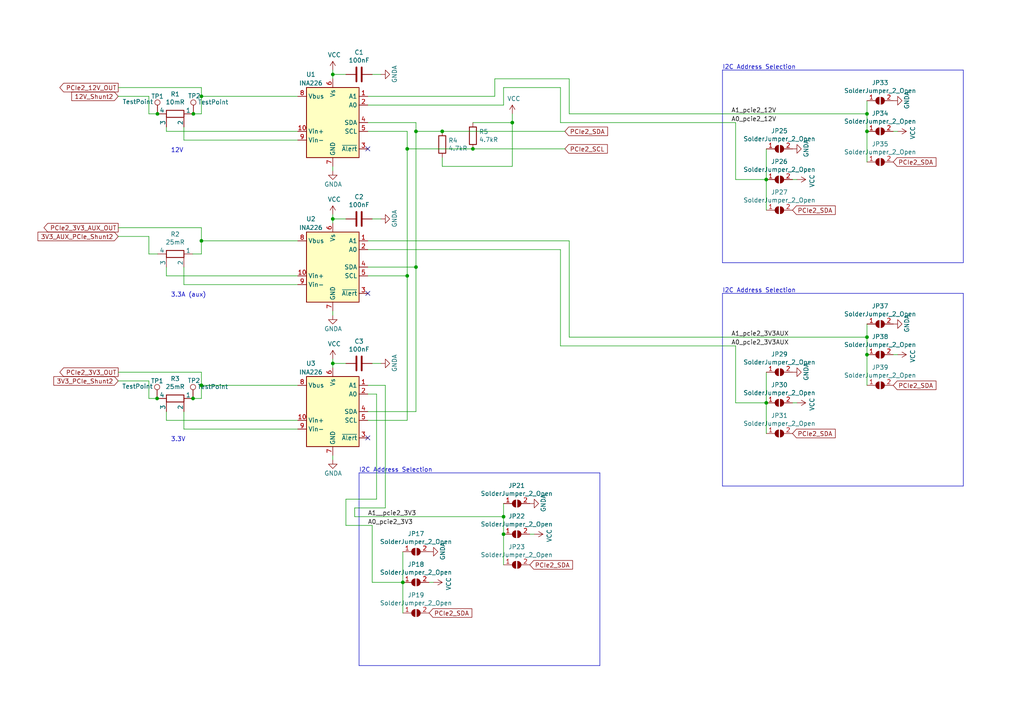
<source format=kicad_sch>
(kicad_sch (version 20230121) (generator eeschema)
  (paper "A4")
  (title_block (title "Measure Circuit PCIe2"))
  (lib_symbols
    (symbol "Connector:TestPoint" (pin_numbers hide) (pin_names (offset 0.762) hide)
      (property "Reference" "TP" (at 0 6.858 0))
      (property "Value" "TestPoint" (at 0 5.08 0))
      (symbol "TestPoint_0_1"
        (circle (center 0 3.302) (radius 0.762))
      )
      (symbol "TestPoint_1_1"
        (pin passive line (at 0 0 90) (length 2.54) (name "1") (number "1"))
      )
    )
    (symbol "Device:C" (pin_numbers hide) (pin_names (offset 0.254))
      (property "Reference" "C" (at 0.635 2.54 0))
      (property "Value" "C" (at 0.635 -2.54 0))
      (symbol "C_0_1"
        (polyline (pts (xy -2.032 -0.762) (xy 2.032 -0.762)) (stroke (width 0.508)))
        (polyline (pts (xy -2.032 0.762) (xy 2.032 0.762)) (stroke (width 0.508)))
      )
      (symbol "C_1_1"
        (pin passive line (at 0 3.81 270) (length 2.794) (name "~") (number "1"))
        (pin passive line (at 0 -3.81 90) (length 2.794) (name "~") (number "2"))
      )
    )
    (symbol "Device:R" (pin_numbers hide) (pin_names (offset 0))
      (property "Reference" "R" (at 2.032 0 90))
      (property "Value" "R" (at 0 0 90))
      (symbol "R_0_1"
        (rectangle (start -1.016 -2.54) (end 1.016 2.54) (stroke (width 0.254)))
      )
      (symbol "R_1_1"
        (pin passive line (at 0 3.81 270) (length 1.27) (name "~") (number "1"))
        (pin passive line (at 0 -3.81 90) (length 1.27) (name "~") (number "2"))
      )
    )
    (symbol "Device:R_Shunt" (pin_numbers hide) (pin_names (offset 0))
      (property "Reference" "R" (at -4.445 0 90))
      (property "Value" "R_Shunt" (at -2.54 0 90))
      (symbol "R_Shunt_0_1"
        (rectangle (start -1.016 -2.54) (end 1.016 2.54) (stroke (width 0.254)))
        (polyline (pts (xy 0 -2.54) (xy 1.27 -2.54)))
        (polyline (pts (xy 1.27 2.54) (xy 0 2.54)))
      )
      (symbol "R_Shunt_1_1"
        (pin passive line (at 0 5.08 270) (length 2.54) (name "1") (number "1"))
        (pin passive line (at 3.81 2.54 180) (length 2.54) (name "2") (number "2"))
        (pin passive line (at 3.81 -2.54 180) (length 2.54) (name "3") (number "3"))
        (pin passive line (at 0 -5.08 90) (length 2.54) (name "4") (number "4"))
      )
    )
    (symbol "Jumper:SolderJumper_2_Open" (pin_names (offset 0) hide)
      (property "Reference" "JP" (at 0 2.032 0))
      (property "Value" "SolderJumper_2_Open" (at 0 -2.54 0))
      (symbol "SolderJumper_2_Open_0_1"
        (arc (start -0.254 1.016) (mid -1.2656 0) (end -0.254 -1.016))
        (arc (start -0.254 1.016) (mid -1.2656 0) (end -0.254 -1.016) (fill (type outline)))
        (polyline (pts (xy -0.254 1.016) (xy -0.254 -1.016)))
        (polyline (pts (xy 0.254 1.016) (xy 0.254 -1.016)))
        (arc (start 0.254 -1.016) (mid 1.2656 0) (end 0.254 1.016))
        (arc (start 0.254 -1.016) (mid 1.2656 0) (end 0.254 1.016) (fill (type outline)))
      )
      (symbol "SolderJumper_2_Open_1_1"
        (pin passive line (at -3.81 0 0) (length 2.54) (name "A") (number "1"))
        (pin passive line (at 3.81 0 180) (length 2.54) (name "B") (number "2"))
      )
    )
    (symbol "m_pex_sensor-rescue:INA226-Analog_ADC"
      (property "Reference" "U" (at 3.81 11.43 0))
      (property "Value" "m_pex_sensor-rescue_INA226-Analog_ADC" (at 5.08 -11.43 0))
      (symbol "INA226-Analog_ADC_0_1"
        (rectangle (start 7.62 10.16) (end -7.62 -10.16) (stroke (width 0.254)) (fill (type background)))
      )
      (symbol "INA226-Analog_ADC_1_1"
        (pin passive line (at 10.16 7.62 180) (length 2.54) (name "A1") (number "1"))
        (pin input line (at -10.16 -2.54 0) (length 2.54) (name "Vin+") (number "10"))
        (pin passive line (at 10.16 5.08 180) (length 2.54) (name "A0") (number "2"))
        (pin open_collector line (at 10.16 -7.62 180) (length 2.54) (name "~{Alert}") (number "3"))
        (pin bidirectional line (at 10.16 0 180) (length 2.54) (name "SDA") (number "4"))
        (pin input line (at 10.16 -2.54 180) (length 2.54) (name "SCL") (number "5"))
        (pin power_in line (at 0 12.7 270) (length 2.54) (name "Vs") (number "6"))
        (pin power_in line (at 0 -12.7 90) (length 2.54) (name "GND") (number "7"))
        (pin input line (at -10.16 7.62 0) (length 2.54) (name "Vbus") (number "8"))
        (pin input line (at -10.16 -5.08 0) (length 2.54) (name "Vin-") (number "9"))
      )
    )
    (symbol "power:GNDA" (power) (pin_names (offset 0))
      (property "Value" "GNDA" (at 0 -3.81 0))
      (symbol "GNDA_0_1"
        (polyline (pts (xy 0 0) (xy 0 -1.27) (xy 1.27 -1.27) (xy 0 -2.54) (xy -1.27 -1.27) (xy 0 -1.27)))
      )
      (symbol "GNDA_1_1"
        (pin power_in line (at 0 0 270) (length 0) hide (name "GNDA") (number "1"))
      )
    )
    (symbol "power:VCC" (power) (pin_names (offset 0))
      (property "Value" "VCC" (at 0 3.81 0))
      (symbol "VCC_0_1"
        (polyline (pts (xy -0.762 1.27) (xy 0 2.54)))
        (polyline (pts (xy 0 0) (xy 0 2.54)))
        (polyline (pts (xy 0 2.54) (xy 0.762 1.27)))
      )
      (symbol "VCC_1_1"
        (pin power_in line (at 0 0 90) (length 0) hide (name "VCC") (number "1"))
      )
    )
  )
  (junction (at 120.65 38.1))
  (junction (at 137.16 43.18))
  (junction (at 146.05 149.86))
  (junction (at 118.11 43.18))
  (junction (at 56.0832 33.02))
  (junction (at 222.25 52.07))
  (junction (at 146.05 154.94))
  (junction (at 96.52 105.41))
  (junction (at 58.42 69.85))
  (junction (at 96.52 21.59))
  (junction (at 58.42 111.76))
  (junction (at 251.46 97.79))
  (junction (at 118.11 80.01))
  (junction (at 55.9816 115.57))
  (junction (at 120.65 77.47))
  (junction (at 148.59 35.56))
  (junction (at 222.25 116.84))
  (junction (at 251.46 33.02))
  (junction (at 116.84 168.91))
  (junction (at 58.42 27.94))
  (junction (at 251.46 38.1))
  (junction (at 45.6692 33.02))
  (junction (at 96.52 63.5))
  (junction (at 251.46 102.87))
  (junction (at 128.27 38.1))
  (junction (at 45.5676 115.57))
  (no_connect (at 106.68 85.09))
  (no_connect (at 106.68 127))
  (no_connect (at 106.68 43.18))
  (polyline (pts (xy 209.55 85.09) (xy 279.4 85.09)))
  (polyline (pts (xy 104.14 137.16) (xy 173.99 137.16)))
  (wire (pts (xy 118.11 43.18) (xy 118.11 80.01)))
  (wire (pts (xy 120.65 119.38) (xy 106.68 119.38)))
  (wire (pts (xy 162.56 72.39) (xy 162.56 100.33)))
  (wire (pts (xy 100.33 21.59) (xy 96.52 21.59)))
  (wire (pts (xy 146.05 146.05) (xy 146.05 149.86)))
  (wire (pts (xy 43.18 115.57) (xy 43.18 110.49)))
  (wire (pts (xy 107.95 168.91) (xy 116.84 168.91)))
  (wire (pts (xy 53.34 119.38) (xy 53.34 124.46)))
  (wire (pts (xy 53.34 40.64) (xy 86.36 40.64)))
  (wire (pts (xy 43.18 73.66) (xy 43.18 68.58)))
  (wire (pts (xy 128.27 48.26) (xy 148.59 48.26)))
  (wire (pts (xy 53.34 124.46) (xy 86.36 124.46)))
  (wire (pts (xy 146.05 154.94) (xy 146.05 163.83)))
  (polyline (pts (xy 279.4 85.09) (xy 279.4 140.97)))
  (wire (pts (xy 106.68 80.01) (xy 118.11 80.01)))
  (wire (pts (xy 96.52 20.32) (xy 96.52 21.59)))
  (wire (pts (xy 154.94 154.94) (xy 153.67 154.94)))
  (wire (pts (xy 231.14 116.84) (xy 229.87 116.84)))
  (wire (pts (xy 128.27 48.26) (xy 128.27 45.72)))
  (wire (pts (xy 213.36 35.56) (xy 213.36 52.07)))
  (wire (pts (xy 125.73 168.91) (xy 124.46 168.91)))
  (wire (pts (xy 251.46 97.79) (xy 251.46 102.87)))
  (wire (pts (xy 100.33 152.4) (xy 107.95 152.4)))
  (wire (pts (xy 48.26 80.01) (xy 86.36 80.01)))
  (wire (pts (xy 58.42 107.95) (xy 34.29 107.95)))
  (wire (pts (xy 110.49 21.59) (xy 107.95 21.59)))
  (wire (pts (xy 96.52 63.5) (xy 96.52 64.77)))
  (wire (pts (xy 137.16 35.56) (xy 148.59 35.56)))
  (wire (pts (xy 120.65 38.1) (xy 120.65 77.47)))
  (wire (pts (xy 107.95 152.4) (xy 107.95 168.91)))
  (wire (pts (xy 111.76 147.32) (xy 102.87 147.32)))
  (wire (pts (xy 58.42 69.85) (xy 58.42 66.04)))
  (wire (pts (xy 120.65 38.1) (xy 128.27 38.1)))
  (wire (pts (xy 58.42 73.66) (xy 58.42 69.85)))
  (wire (pts (xy 165.1 22.86) (xy 165.1 33.02)))
  (wire (pts (xy 58.42 27.94) (xy 86.36 27.94)))
  (wire (pts (xy 55.88 33.02) (xy 56.0832 33.02)))
  (wire (pts (xy 251.46 29.21) (xy 251.46 33.02)))
  (wire (pts (xy 106.68 30.48) (xy 146.05 30.48)))
  (wire (pts (xy 148.59 35.56) (xy 148.59 33.02)))
  (polyline (pts (xy 209.55 20.32) (xy 279.4 20.32)))
  (wire (pts (xy 118.11 80.01) (xy 118.11 121.92)))
  (wire (pts (xy 165.1 69.85) (xy 165.1 97.79)))
  (polyline (pts (xy 209.55 140.97) (xy 209.55 85.09)))
  (wire (pts (xy 53.34 82.55) (xy 86.36 82.55)))
  (wire (pts (xy 165.1 33.02) (xy 251.46 33.02)))
  (wire (pts (xy 162.56 35.56) (xy 213.36 35.56)))
  (wire (pts (xy 45.72 115.57) (xy 45.5676 115.57)))
  (wire (pts (xy 251.46 102.87) (xy 251.46 111.76)))
  (wire (pts (xy 146.05 30.48) (xy 146.05 25.4)))
  (wire (pts (xy 260.35 102.87) (xy 259.08 102.87)))
  (wire (pts (xy 120.65 35.56) (xy 120.65 38.1)))
  (polyline (pts (xy 104.14 193.04) (xy 104.14 137.16)))
  (wire (pts (xy 48.26 121.92) (xy 86.36 121.92)))
  (wire (pts (xy 100.33 63.5) (xy 96.52 63.5)))
  (polyline (pts (xy 173.99 193.04) (xy 104.14 193.04)))
  (polyline (pts (xy 279.4 20.32) (xy 279.4 76.2)))
  (wire (pts (xy 56.0832 33.02) (xy 58.42 33.02)))
  (wire (pts (xy 55.88 115.57) (xy 55.9816 115.57)))
  (wire (pts (xy 148.59 48.26) (xy 148.59 35.56)))
  (wire (pts (xy 120.65 35.56) (xy 106.68 35.56)))
  (wire (pts (xy 137.16 43.18) (xy 118.11 43.18)))
  (wire (pts (xy 102.87 147.32) (xy 102.87 149.86)))
  (wire (pts (xy 251.46 38.1) (xy 251.46 46.99)))
  (wire (pts (xy 109.22 114.3) (xy 109.22 144.78)))
  (wire (pts (xy 48.26 119.38) (xy 48.26 121.92)))
  (polyline (pts (xy 279.4 140.97) (xy 209.55 140.97)))
  (wire (pts (xy 260.35 38.1) (xy 259.08 38.1)))
  (wire (pts (xy 107.95 105.41) (xy 110.49 105.41)))
  (wire (pts (xy 213.36 100.33) (xy 213.36 116.84)))
  (wire (pts (xy 162.56 25.4) (xy 162.56 35.56)))
  (wire (pts (xy 222.25 107.95) (xy 222.25 116.84)))
  (wire (pts (xy 96.52 48.26) (xy 96.52 49.53)))
  (wire (pts (xy 231.14 52.07) (xy 229.87 52.07)))
  (wire (pts (xy 109.22 144.78) (xy 100.33 144.78)))
  (wire (pts (xy 106.68 72.39) (xy 162.56 72.39)))
  (wire (pts (xy 165.1 97.79) (xy 251.46 97.79)))
  (wire (pts (xy 116.84 168.91) (xy 116.84 177.8)))
  (polyline (pts (xy 209.55 76.2) (xy 209.55 20.32)))
  (wire (pts (xy 96.52 62.23) (xy 96.52 63.5)))
  (wire (pts (xy 43.18 73.66) (xy 45.72 73.66)))
  (wire (pts (xy 53.34 77.47) (xy 53.34 82.55)))
  (wire (pts (xy 162.56 100.33) (xy 213.36 100.33)))
  (wire (pts (xy 58.42 33.02) (xy 58.42 27.94)))
  (polyline (pts (xy 173.99 137.16) (xy 173.99 193.04)))
  (wire (pts (xy 43.18 33.02) (xy 43.18 27.94)))
  (wire (pts (xy 251.46 93.98) (xy 251.46 97.79)))
  (wire (pts (xy 106.68 114.3) (xy 109.22 114.3)))
  (wire (pts (xy 53.34 36.83) (xy 53.34 40.64)))
  (wire (pts (xy 137.16 43.18) (xy 163.83 43.18)))
  (wire (pts (xy 143.51 22.86) (xy 165.1 22.86)))
  (wire (pts (xy 100.33 105.41) (xy 96.52 105.41)))
  (wire (pts (xy 106.68 38.1) (xy 118.11 38.1)))
  (wire (pts (xy 111.76 111.76) (xy 111.76 147.32)))
  (wire (pts (xy 100.33 144.78) (xy 100.33 152.4)))
  (wire (pts (xy 222.25 52.07) (xy 222.25 60.96)))
  (wire (pts (xy 143.51 27.94) (xy 143.51 22.86)))
  (wire (pts (xy 118.11 38.1) (xy 118.11 43.18)))
  (wire (pts (xy 45.6692 33.02) (xy 43.18 33.02)))
  (wire (pts (xy 106.68 111.76) (xy 111.76 111.76)))
  (wire (pts (xy 45.72 33.02) (xy 45.6692 33.02)))
  (wire (pts (xy 55.9816 115.57) (xy 58.42 115.57)))
  (wire (pts (xy 106.68 69.85) (xy 165.1 69.85)))
  (wire (pts (xy 120.65 77.47) (xy 120.65 119.38)))
  (wire (pts (xy 58.42 27.94) (xy 58.42 25.4)))
  (wire (pts (xy 146.05 25.4) (xy 162.56 25.4)))
  (wire (pts (xy 251.46 33.02) (xy 251.46 38.1)))
  (wire (pts (xy 58.42 25.4) (xy 34.29 25.4)))
  (wire (pts (xy 107.95 63.5) (xy 110.49 63.5)))
  (wire (pts (xy 222.25 43.18) (xy 222.25 52.07)))
  (wire (pts (xy 45.5676 115.57) (xy 43.18 115.57)))
  (wire (pts (xy 116.84 160.02) (xy 116.84 168.91)))
  (wire (pts (xy 58.42 66.04) (xy 34.29 66.04)))
  (wire (pts (xy 128.27 38.1) (xy 163.83 38.1)))
  (wire (pts (xy 213.36 52.07) (xy 222.25 52.07)))
  (wire (pts (xy 55.88 73.66) (xy 58.42 73.66)))
  (wire (pts (xy 48.26 38.1) (xy 48.26 36.83)))
  (wire (pts (xy 96.52 104.14) (xy 96.52 105.41)))
  (wire (pts (xy 96.52 21.59) (xy 96.52 22.86)))
  (wire (pts (xy 102.87 149.86) (xy 146.05 149.86)))
  (wire (pts (xy 96.52 105.41) (xy 96.52 106.68)))
  (wire (pts (xy 43.18 110.49) (xy 34.29 110.49)))
  (wire (pts (xy 96.52 132.08) (xy 96.52 133.35)))
  (polyline (pts (xy 279.4 76.2) (xy 209.55 76.2)))
  (wire (pts (xy 43.18 68.58) (xy 34.29 68.58)))
  (wire (pts (xy 43.18 27.94) (xy 34.29 27.94)))
  (wire (pts (xy 106.68 77.47) (xy 120.65 77.47)))
  (wire (pts (xy 213.36 116.84) (xy 222.25 116.84)))
  (wire (pts (xy 58.42 111.76) (xy 86.36 111.76)))
  (wire (pts (xy 58.42 115.57) (xy 58.42 111.76)))
  (wire (pts (xy 118.11 121.92) (xy 106.68 121.92)))
  (wire (pts (xy 222.25 116.84) (xy 222.25 125.73)))
  (wire (pts (xy 58.42 69.85) (xy 86.36 69.85)))
  (wire (pts (xy 58.42 111.76) (xy 58.42 107.95)))
  (wire (pts (xy 48.26 38.1) (xy 86.36 38.1)))
  (wire (pts (xy 106.68 27.94) (xy 143.51 27.94)))
  (wire (pts (xy 96.52 90.17) (xy 96.52 91.44)))
  (wire (pts (xy 48.26 80.01) (xy 48.26 77.47)))
  (wire (pts (xy 146.05 149.86) (xy 146.05 154.94)))
  (text "12V" (at 49.53 44.45 0) (effects (font (size 1.27 1.27)) (justify left bottom)))
  (text "I2C Address Selection\n" (at 209.55 20.32 0) (effects (font (size 1.27 1.27)) (justify left bottom)))
  (text "I2C Address Selection\n" (at 104.14 137.16 0) (effects (font (size 1.27 1.27)) (justify left bottom)))
  (text "3.3V" (at 49.53 128.27 0) (effects (font (size 1.27 1.27)) (justify left bottom)))
  (text "I2C Address Selection\n" (at 209.55 85.09 0) (effects (font (size 1.27 1.27)) (justify left bottom)))
  (text "3.3A (aux)" (at 49.53 86.36 0) (effects (font (size 1.27 1.27)) (justify left bottom)))
  (label "A1_pcie2_3V3AUX" (at 212.09 97.79 0))
  (label "A0_pcie2_12V" (at 212.09 35.56 0))
  (label "A1__pcie2_3V3" (at 106.68 149.86 0))
  (label "A0_pcie2_3V3" (at 106.68 152.4 0))
  (label "A0_pcie2_3V3AUX" (at 212.09 100.33 0))
  (label "A1_pcie2_12V" (at 212.09 33.02 0))
  (global_label "PCIe2_3V3_AUX_OUT" (shape output) (at 34.29 66.04 180) (property "Intersheetrefs" "${INTERSHEET_REFS}" (effects hide)))
  (global_label "PCIe2_SDA" (shape input) (at 259.08 111.76 0) (property "Intersheetrefs" "${INTERSHEET_REFS}" (effects hide)))
  (global_label "3V3_PCIe_Shunt2" (shape input) (at 34.29 110.49 180) (property "Intersheetrefs" "${INTERSHEET_REFS}" (effects hide)))
  (global_label "PCIe2_SDA" (shape input) (at 229.87 60.96 0) (property "Intersheetrefs" "${INTERSHEET_REFS}" (effects hide)))
  (global_label "PCIe2_SDA" (shape input) (at 163.83 38.1 0) (property "Intersheetrefs" "${INTERSHEET_REFS}" (effects hide)))
  (global_label "3V3_AUX_PCIe_Shunt2" (shape input) (at 34.29 68.58 180) (property "Intersheetrefs" "${INTERSHEET_REFS}" (effects hide)))
  (global_label "PCIe2_SDA" (shape input) (at 153.67 163.83 0) (property "Intersheetrefs" "${INTERSHEET_REFS}" (effects hide)))
  (global_label "PCIe2_SDA" (shape input) (at 259.08 46.99 0) (property "Intersheetrefs" "${INTERSHEET_REFS}" (effects hide)))
  (global_label "PCIe2_SDA" (shape input) (at 124.46 177.8 0) (property "Intersheetrefs" "${INTERSHEET_REFS}" (effects hide)))
  (global_label "12V_Shunt2" (shape input) (at 34.29 27.94 180) (property "Intersheetrefs" "${INTERSHEET_REFS}" (effects hide)))
  (global_label "PCIe2_SDA" (shape input) (at 229.87 125.73 0) (property "Intersheetrefs" "${INTERSHEET_REFS}" (effects hide)))
  (global_label "PCIe2_SCL" (shape input) (at 163.83 43.18 0) (property "Intersheetrefs" "${INTERSHEET_REFS}" (effects hide)))
  (global_label "PCIe2_12V_OUT" (shape output) (at 34.29 25.4 180) (property "Intersheetrefs" "${INTERSHEET_REFS}" (effects hide)))
  (global_label "PCIe2_3V3_OUT" (shape output) (at 34.29 107.95 180) (property "Intersheetrefs" "${INTERSHEET_REFS}" (effects hide)))
  (symbol (lib_id "Device:R_Shunt") (at 50.8 33.02 270) (unit 1)
    (property "Reference" "R1" (at 50.8 27.305 90))
    (property "Value" "10mR" (at 50.8 29.6164 90))
    (property "Footprint" "Resistor_SMD:R_Shunt_Vishay_WSK2512_6332Metric_T2.66mm" (effects hide))
  )
  (symbol (lib_id "Device:R_Shunt") (at 50.8 73.66 270) (unit 1)
    (property "Reference" "R2" (at 50.8 67.945 90))
    (property "Value" "25mR" (at 50.8 70.2564 90))
    (property "Footprint" "Resistor_SMD:R_Shunt_Vishay_WSK2512_6332Metric_T2.66mm" (effects hide))
  )
  (symbol (lib_id "Device:R_Shunt") (at 50.8 115.57 270) (unit 1)
    (property "Reference" "R3" (at 50.8 109.855 90))
    (property "Value" "25mR" (at 50.8 112.1664 90))
    (property "Footprint" "Resistor_SMD:R_Shunt_Vishay_WSK2512_6332Metric_T2.66mm" (effects hide))
  )
  (symbol (lib_id "m_pex_sensor-rescue:INA226-Analog_ADC") (at 96.52 35.56 0) (unit 1)
    (property "Reference" "U1" (at 90.17 21.59 0))
    (property "Value" "INA226" (at 90.17 24.13 0))
    (property "Footprint" "Package_SO:MSOP-10_3x3mm_P0.5mm" (effects hide))
    (property "Datasheet" "http://www.ti.com/lit/ds/symlink/ina226.pdf" (effects hide))
  )
  (symbol (lib_id "m_pex_sensor-rescue:INA226-Analog_ADC") (at 96.52 77.47 0) (unit 1)
    (property "Reference" "U2" (at 90.17 63.5 0))
    (property "Value" "INA226" (at 90.17 66.04 0))
    (property "Footprint" "Package_SO:MSOP-10_3x3mm_P0.5mm" (effects hide))
    (property "Datasheet" "http://www.ti.com/lit/ds/symlink/ina226.pdf" (effects hide))
  )
  (symbol (lib_id "m_pex_sensor-rescue:INA226-Analog_ADC") (at 96.52 119.38 0) (unit 1)
    (property "Reference" "U3" (at 90.17 105.41 0))
    (property "Value" "INA226" (at 90.17 107.95 0))
    (property "Footprint" "Package_SO:MSOP-10_3x3mm_P0.5mm" (effects hide))
    (property "Datasheet" "http://www.ti.com/lit/ds/symlink/ina226.pdf" (effects hide))
  )
  (symbol (lib_id "power:VCC") (at 96.52 20.32 0) (unit 1)
    (property "Reference" "#PWR0102" (effects hide))
    (property "Value" "VCC" (at 96.9518 15.9258 0))
  )
  (symbol (lib_id "Device:C") (at 104.14 21.59 270) (unit 1)
    (property "Reference" "C1" (at 104.14 15.1892 90))
    (property "Value" "100nF" (at 104.14 17.5006 90))
    (property "Footprint" "Resistor_SMD:R_0402_1005Metric" (effects hide))
  )
  (symbol (lib_id "Device:C") (at 104.14 63.5 270) (unit 1)
    (property "Reference" "C2" (at 104.14 57.0992 90))
    (property "Value" "100nF" (at 104.14 59.4106 90))
    (property "Footprint" "Resistor_SMD:R_0402_1005Metric" (effects hide))
  )
  (symbol (lib_id "Device:C") (at 104.14 105.41 270) (unit 1)
    (property "Reference" "C3" (at 104.14 99.0092 90))
    (property "Value" "100nF" (at 104.14 101.3206 90))
    (property "Footprint" "Resistor_SMD:R_0402_1005Metric" (effects hide))
  )
  (symbol (lib_id "power:VCC") (at 148.59 33.02 0) (unit 1)
    (property "Reference" "#PWR0103" (effects hide))
    (property "Value" "VCC" (at 149.0218 28.6258 0))
  )
  (symbol (lib_id "power:GNDA") (at 96.52 49.53 0) (unit 1)
    (property "Reference" "#PWR0104" (effects hide))
    (property "Value" "GNDA" (at 96.6216 53.467 0))
  )
  (symbol (lib_id "power:GNDA") (at 96.52 91.44 0) (unit 1)
    (property "Reference" "#PWR0105" (effects hide))
    (property "Value" "GNDA" (at 96.6216 95.377 0))
  )
  (symbol (lib_id "power:VCC") (at 96.52 62.23 0) (unit 1)
    (property "Reference" "#PWR0107" (effects hide))
    (property "Value" "VCC" (at 96.9518 57.8358 0))
  )
  (symbol (lib_id "power:GNDA") (at 110.49 63.5 90) (unit 1)
    (property "Reference" "#PWR0108" (effects hide))
    (property "Value" "GNDA" (at 114.427 63.3984 0))
  )
  (symbol (lib_id "power:VCC") (at 96.52 104.14 0) (unit 1)
    (property "Reference" "#PWR0109" (effects hide))
    (property "Value" "VCC" (at 96.9518 99.7458 0))
  )
  (symbol (lib_id "power:GNDA") (at 110.49 105.41 90) (unit 1)
    (property "Reference" "#PWR0110" (effects hide))
    (property "Value" "GNDA" (at 114.427 105.3084 0))
  )
  (symbol (lib_id "power:GNDA") (at 96.52 133.35 0) (unit 1)
    (property "Reference" "#PWR0111" (effects hide))
    (property "Value" "GNDA" (at 96.6216 137.287 0))
  )
  (symbol (lib_id "Device:R") (at 128.27 41.91 0) (unit 1)
    (property "Reference" "R4" (at 130.048 40.7416 0) (effects (justify left)))
    (property "Value" "4.7kR" (at 130.048 43.053 0) (effects (justify left)))
    (property "Footprint" "Resistor_SMD:R_0402_1005Metric" (effects hide))
  )
  (symbol (lib_id "Device:R") (at 137.16 39.37 0) (unit 1)
    (property "Reference" "R5" (at 138.938 38.2016 0) (effects (justify left)))
    (property "Value" "4.7kR" (at 138.938 40.513 0) (effects (justify left)))
    (property "Footprint" "Resistor_SMD:R_0402_1005Metric" (effects hide))
  )
  (symbol (lib_id "power:GNDA") (at 110.49 21.59 90) (unit 1)
    (property "Reference" "#PWR0141" (effects hide))
    (property "Value" "GNDA" (at 114.427 21.4884 0))
  )
  (symbol (lib_id "Jumper:SolderJumper_2_Open") (at 255.27 29.21 0) (unit 1)
    (property "Reference" "JP33" (at 255.27 24.003 0))
    (property "Value" "SolderJumper_2_Open" (at 255.27 26.3144 0))
    (property "Footprint" "Jumper:SolderJumper-2_P1.3mm_Open_RoundedPad1.0x1.5mm" (effects hide))
  )
  (symbol (lib_id "Jumper:SolderJumper_2_Open") (at 255.27 38.1 0) (unit 1)
    (property "Reference" "JP34" (at 255.27 32.893 0))
    (property "Value" "SolderJumper_2_Open" (at 255.27 35.2044 0))
    (property "Footprint" "Jumper:SolderJumper-2_P1.3mm_Open_RoundedPad1.0x1.5mm" (effects hide))
  )
  (symbol (lib_id "Jumper:SolderJumper_2_Open") (at 255.27 46.99 0) (unit 1)
    (property "Reference" "JP35" (at 255.27 41.783 0))
    (property "Value" "SolderJumper_2_Open" (at 255.27 44.0944 0))
    (property "Footprint" "Jumper:SolderJumper-2_P1.3mm_Open_RoundedPad1.0x1.5mm" (effects hide))
  )
  (symbol (lib_id "power:GNDA") (at 259.08 29.21 90) (unit 1)
    (property "Reference" "#PWR0113" (effects hide))
    (property "Value" "GNDA" (at 263.017 29.1084 0))
  )
  (symbol (lib_id "power:VCC") (at 260.35 38.1 270) (unit 1)
    (property "Reference" "#PWR0114" (effects hide))
    (property "Value" "VCC" (at 264.7442 38.5318 0))
  )
  (symbol (lib_id "Jumper:SolderJumper_2_Open") (at 226.06 43.18 0) (unit 1)
    (property "Reference" "JP25" (at 226.06 37.973 0))
    (property "Value" "SolderJumper_2_Open" (at 226.06 40.2844 0))
    (property "Footprint" "Jumper:SolderJumper-2_P1.3mm_Open_RoundedPad1.0x1.5mm" (effects hide))
  )
  (symbol (lib_id "Jumper:SolderJumper_2_Open") (at 226.06 52.07 0) (unit 1)
    (property "Reference" "JP26" (at 226.06 46.863 0))
    (property "Value" "SolderJumper_2_Open" (at 226.06 49.1744 0))
    (property "Footprint" "Jumper:SolderJumper-2_P1.3mm_Open_RoundedPad1.0x1.5mm" (effects hide))
  )
  (symbol (lib_id "Jumper:SolderJumper_2_Open") (at 226.06 60.96 0) (unit 1)
    (property "Reference" "JP27" (at 226.06 55.753 0))
    (property "Value" "SolderJumper_2_Open" (at 226.06 58.0644 0))
    (property "Footprint" "Jumper:SolderJumper-2_P1.3mm_Open_RoundedPad1.0x1.5mm" (effects hide))
  )
  (symbol (lib_id "power:GNDA") (at 229.87 43.18 90) (unit 1)
    (property "Reference" "#PWR0115" (effects hide))
    (property "Value" "GNDA" (at 233.807 43.0784 0))
  )
  (symbol (lib_id "power:VCC") (at 231.14 52.07 270) (unit 1)
    (property "Reference" "#PWR0118" (effects hide))
    (property "Value" "VCC" (at 235.5342 52.5018 0))
  )
  (symbol (lib_id "Jumper:SolderJumper_2_Open") (at 255.27 93.98 0) (unit 1)
    (property "Reference" "JP37" (at 255.27 88.773 0))
    (property "Value" "SolderJumper_2_Open" (at 255.27 91.0844 0))
    (property "Footprint" "Jumper:SolderJumper-2_P1.3mm_Open_RoundedPad1.0x1.5mm" (effects hide))
  )
  (symbol (lib_id "Jumper:SolderJumper_2_Open") (at 255.27 102.87 0) (unit 1)
    (property "Reference" "JP38" (at 255.27 97.663 0))
    (property "Value" "SolderJumper_2_Open" (at 255.27 99.9744 0))
    (property "Footprint" "Jumper:SolderJumper-2_P1.3mm_Open_RoundedPad1.0x1.5mm" (effects hide))
  )
  (symbol (lib_id "Jumper:SolderJumper_2_Open") (at 255.27 111.76 0) (unit 1)
    (property "Reference" "JP39" (at 255.27 106.553 0))
    (property "Value" "SolderJumper_2_Open" (at 255.27 108.8644 0))
    (property "Footprint" "Jumper:SolderJumper-2_P1.3mm_Open_RoundedPad1.0x1.5mm" (effects hide))
  )
  (symbol (lib_id "power:GNDA") (at 259.08 93.98 90) (unit 1)
    (property "Reference" "#PWR0126" (effects hide))
    (property "Value" "GNDA" (at 263.017 93.8784 0))
  )
  (symbol (lib_id "power:VCC") (at 260.35 102.87 270) (unit 1)
    (property "Reference" "#PWR0158" (effects hide))
    (property "Value" "VCC" (at 264.7442 103.3018 0))
  )
  (symbol (lib_id "Jumper:SolderJumper_2_Open") (at 226.06 107.95 0) (unit 1)
    (property "Reference" "JP29" (at 226.06 102.743 0))
    (property "Value" "SolderJumper_2_Open" (at 226.06 105.0544 0))
    (property "Footprint" "Jumper:SolderJumper-2_P1.3mm_Open_RoundedPad1.0x1.5mm" (effects hide))
  )
  (symbol (lib_id "Jumper:SolderJumper_2_Open") (at 226.06 116.84 0) (unit 1)
    (property "Reference" "JP30" (at 226.06 111.633 0))
    (property "Value" "SolderJumper_2_Open" (at 226.06 113.9444 0))
    (property "Footprint" "Jumper:SolderJumper-2_P1.3mm_Open_RoundedPad1.0x1.5mm" (effects hide))
  )
  (symbol (lib_id "Jumper:SolderJumper_2_Open") (at 226.06 125.73 0) (unit 1)
    (property "Reference" "JP31" (at 226.06 120.523 0))
    (property "Value" "SolderJumper_2_Open" (at 226.06 122.8344 0))
    (property "Footprint" "Jumper:SolderJumper-2_P1.3mm_Open_RoundedPad1.0x1.5mm" (effects hide))
  )
  (symbol (lib_id "power:GNDA") (at 229.87 107.95 90) (unit 1)
    (property "Reference" "#PWR0159" (effects hide))
    (property "Value" "GNDA" (at 233.807 107.8484 0))
  )
  (symbol (lib_id "power:VCC") (at 231.14 116.84 270) (unit 1)
    (property "Reference" "#PWR0160" (effects hide))
    (property "Value" "VCC" (at 235.5342 117.2718 0))
  )
  (symbol (lib_id "Jumper:SolderJumper_2_Open") (at 149.86 146.05 0) (unit 1)
    (property "Reference" "JP21" (at 149.86 140.843 0))
    (property "Value" "SolderJumper_2_Open" (at 149.86 143.1544 0))
    (property "Footprint" "Jumper:SolderJumper-2_P1.3mm_Open_RoundedPad1.0x1.5mm" (effects hide))
  )
  (symbol (lib_id "Jumper:SolderJumper_2_Open") (at 149.86 154.94 0) (unit 1)
    (property "Reference" "JP22" (at 149.86 149.733 0))
    (property "Value" "SolderJumper_2_Open" (at 149.86 152.0444 0))
    (property "Footprint" "Jumper:SolderJumper-2_P1.3mm_Open_RoundedPad1.0x1.5mm" (effects hide))
  )
  (symbol (lib_id "Jumper:SolderJumper_2_Open") (at 149.86 163.83 0) (unit 1)
    (property "Reference" "JP23" (at 149.86 158.623 0))
    (property "Value" "SolderJumper_2_Open" (at 149.86 160.9344 0))
    (property "Footprint" "Jumper:SolderJumper-2_P1.3mm_Open_RoundedPad1.0x1.5mm" (effects hide))
  )
  (symbol (lib_id "power:GNDA") (at 153.67 146.05 90) (unit 1)
    (property "Reference" "#PWR0161" (effects hide))
    (property "Value" "GNDA" (at 157.607 145.9484 0))
  )
  (symbol (lib_id "power:VCC") (at 154.94 154.94 270) (unit 1)
    (property "Reference" "#PWR0162" (effects hide))
    (property "Value" "VCC" (at 159.3342 155.3718 0))
  )
  (symbol (lib_id "Jumper:SolderJumper_2_Open") (at 120.65 160.02 0) (unit 1)
    (property "Reference" "JP17" (at 120.65 154.813 0))
    (property "Value" "SolderJumper_2_Open" (at 120.65 157.1244 0))
    (property "Footprint" "Jumper:SolderJumper-2_P1.3mm_Open_RoundedPad1.0x1.5mm" (effects hide))
  )
  (symbol (lib_id "Jumper:SolderJumper_2_Open") (at 120.65 168.91 0) (unit 1)
    (property "Reference" "JP18" (at 120.65 163.703 0))
    (property "Value" "SolderJumper_2_Open" (at 120.65 166.0144 0))
    (property "Footprint" "Jumper:SolderJumper-2_P1.3mm_Open_RoundedPad1.0x1.5mm" (effects hide))
  )
  (symbol (lib_id "Jumper:SolderJumper_2_Open") (at 120.65 177.8 0) (unit 1)
    (property "Reference" "JP19" (at 120.65 172.593 0))
    (property "Value" "SolderJumper_2_Open" (at 120.65 174.9044 0))
    (property "Footprint" "Jumper:SolderJumper-2_P1.3mm_Open_RoundedPad1.0x1.5mm" (effects hide))
  )
  (symbol (lib_id "power:GNDA") (at 124.46 160.02 90) (unit 1)
    (property "Reference" "#PWR0163" (effects hide))
    (property "Value" "GNDA" (at 128.397 159.9184 0))
  )
  (symbol (lib_id "power:VCC") (at 125.73 168.91 270) (unit 1)
    (property "Reference" "#PWR0164" (effects hide))
    (property "Value" "VCC" (at 130.1242 169.3418 0))
  )
  (symbol (lib_id "Connector:TestPoint") (at 55.9816 115.57 0) (unit 1)
    (property "Reference" "TP2" (at 54.4068 110.3884 0) (effects (justify left)))
    (property "Value" "TestPoint" (at 57.2516 112.1664 0) (effects (justify left)))
    (property "Footprint" "TestPoint:TestPoint_THTPad_D2.0mm_Drill1.0mm" (effects hide))
    (instances (project "NNA-PMS_NXP_PCB" (path "" (reference "TP2") (unit 1)) (path "" (reference "TP10") (unit 1))))
  )
  (symbol (lib_id "Connector:TestPoint") (at 56.0832 33.02 0) (unit 1)
    (property "Reference" "TP2" (at 54.5084 27.8384 0) (effects (justify left)))
    (property "Value" "TestPoint" (at 57.3532 29.6164 0) (effects (justify left)))
    (property "Footprint" "TestPoint:TestPoint_THTPad_D2.0mm_Drill1.0mm" (effects hide))
    (instances (project "NNA-PMS_NXP_PCB" (path "" (reference "TP2") (unit 1)) (path "" (reference "TP6") (unit 1))))
  )
  (symbol (lib_id "Connector:TestPoint") (at 45.6692 33.02 0) (unit 1)
    (property "Reference" "TP1" (at 43.8404 27.94 0) (effects (justify left)))
    (property "Value" "TestPoint" (at 35.5092 29.5148 0) (effects (justify left)))
    (property "Footprint" "TestPoint:TestPoint_THTPad_D2.0mm_Drill1.0mm" (effects hide))
    (instances (project "NNA-PMS_NXP_PCB" (path "" (reference "TP1") (unit 1)) (path "" (reference "TP5") (unit 1))))
  )
  (symbol (lib_id "Connector:TestPoint") (at 45.5676 115.57 0) (unit 1)
    (property "Reference" "TP1" (at 43.7388 110.49 0) (effects (justify left)))
    (property "Value" "TestPoint" (at 35.4076 112.0648 0) (effects (justify left)))
    (property "Footprint" "TestPoint:TestPoint_THTPad_D2.0mm_Drill1.0mm" (effects hide))
    (instances (project "NNA-PMS_NXP_PCB" (path "" (reference "TP1") (unit 1)) (path "" (reference "TP9") (unit 1))))
  )
)
</source>
